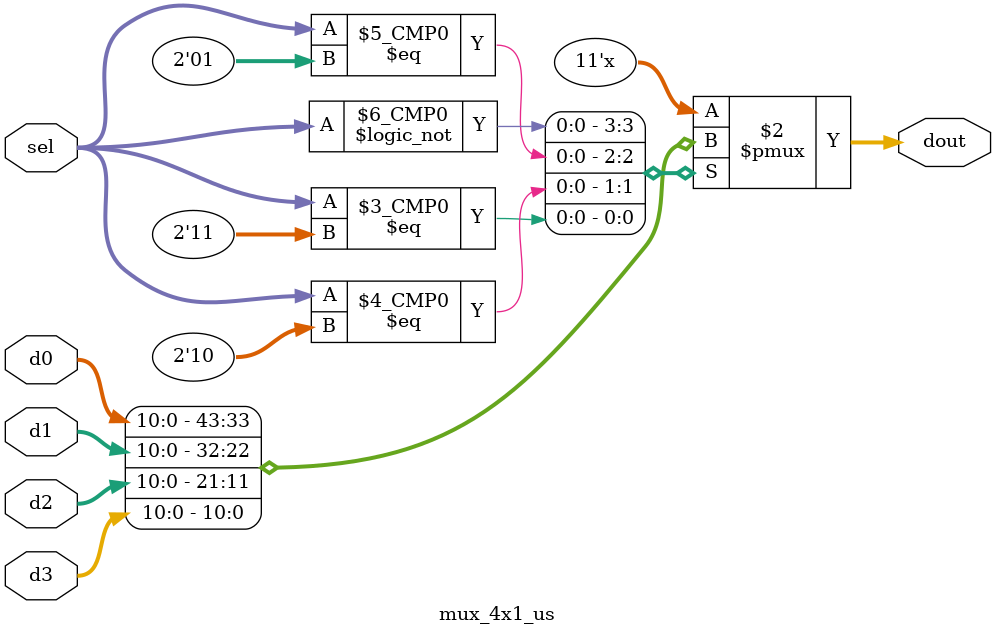
<source format=v>
module mux_4x1_us(dout,d0,d1,d2,d3,sel);
	output reg [10:0] dout;
	input [10:0] d0,d1,d2,d3;
	input [1:0] sel;
	always @(*)
	begin
		case(sel)
		2'b00: dout <= d0;
		2'b01: dout <= d1;
		2'b10: dout <= d2;
		2'b11: dout <= d3;
		default: dout <= 11'dz;
		endcase
	end
endmodule
</source>
